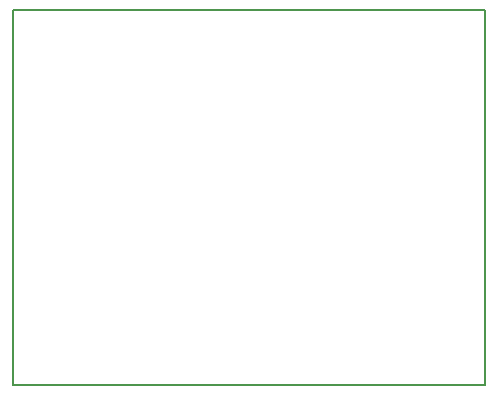
<source format=gm1>
G04 #@! TF.FileFunction,Profile,NP*
%FSLAX46Y46*%
G04 Gerber Fmt 4.6, Leading zero omitted, Abs format (unit mm)*
G04 Created by KiCad (PCBNEW 4.0.7) date 02/24/18 20:28:21*
%MOMM*%
%LPD*%
G01*
G04 APERTURE LIST*
%ADD10C,0.100000*%
%ADD11C,0.150000*%
G04 APERTURE END LIST*
D10*
D11*
X139700000Y-139700000D02*
X179700000Y-139700000D01*
X139700000Y-107950000D02*
X139700000Y-139700000D01*
X179705000Y-107950000D02*
X139700000Y-107950000D01*
X179700000Y-139700000D02*
X179700000Y-107950000D01*
M02*

</source>
